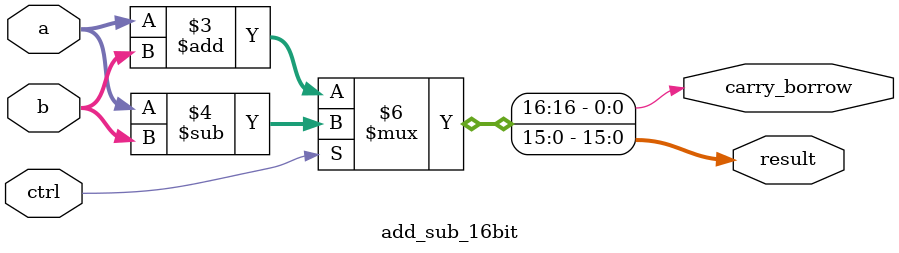
<source format=v>
module add_sub_16bit(
    input [15:0] a,
    input [15:0] b,
    input ctrl, // 0 = add, 1 = subtract
    output reg [15:0] result,
    output reg carry_borrow
);

always @(*) begin
    if (ctrl == 0) begin
        {carry_borrow, result} = a + b; // Addition
    end else begin
        {carry_borrow, result} = a - b; // Subtraction
    end
end

endmodule

</source>
